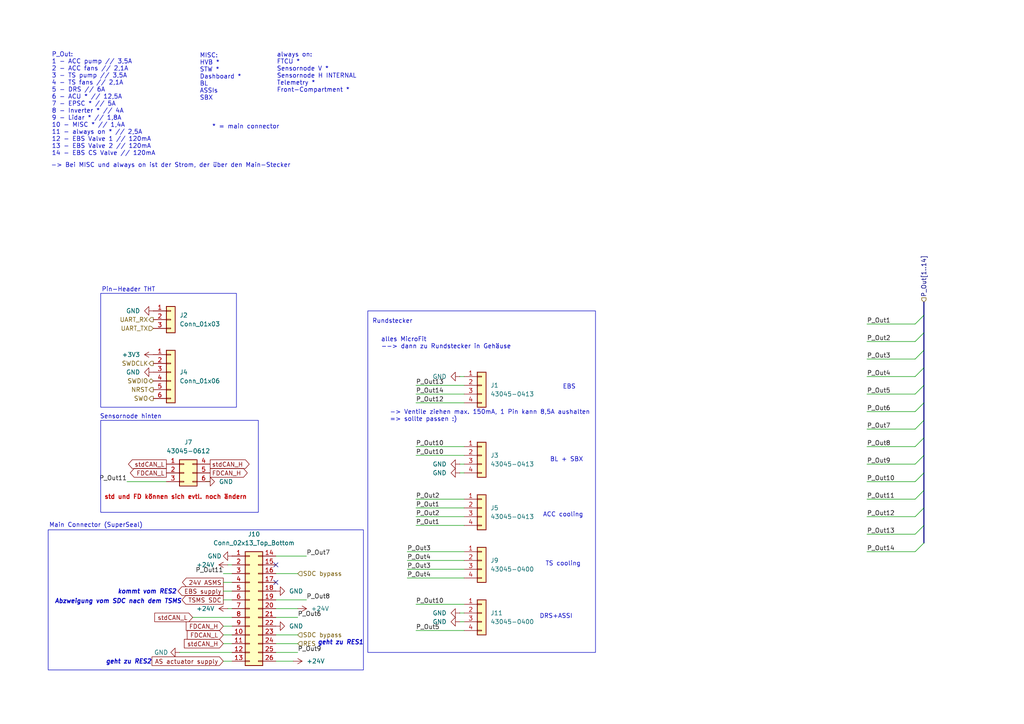
<source format=kicad_sch>
(kicad_sch (version 20231120) (generator "eeschema") (generator_version "8.0")
  (paper "A4")
  (title_block (title "PDU FT25") (date "2025-01-15") (rev "V1.2") (company "Janek Herm") (comment 1 "FaSTTUBe Electronics"))
  (lib_symbols
    (symbol "Connector_Generic:Conn_01x03" (pin_names (offset 1.016) hide)
      (property "Reference" "J" (at 0 5.08 0))
      (property "Value" "Conn_01x03" (at 0 -5.08 0))
      (symbol "Conn_01x03_1_1"
        (rectangle (start -1.27 -2.413) (end 0 -2.667) (stroke (width 0.1524)))
        (rectangle (start -1.27 0.127) (end 0 -0.127) (stroke (width 0.1524)))
        (rectangle (start -1.27 2.667) (end 0 2.413) (stroke (width 0.1524)))
        (rectangle (start -1.27 3.81) (end 1.27 -3.81) (stroke (width 0.254)) (fill (type background)))
        (pin passive line (at -5.08 2.54 0) (length 3.81) (name "Pin_1") (number "1"))
        (pin passive line (at -5.08 0 0) (length 3.81) (name "Pin_2") (number "2"))
        (pin passive line (at -5.08 -2.54 0) (length 3.81) (name "Pin_3") (number "3"))
      )
    )
    (symbol "Connector_Generic:Conn_01x04" (pin_names (offset 1.016) hide)
      (property "Reference" "J" (at 0 5.08 0))
      (property "Value" "Conn_01x04" (at 0 -7.62 0))
      (symbol "Conn_01x04_1_1"
        (rectangle (start -1.27 -4.953) (end 0 -5.207) (stroke (width 0.1524)))
        (rectangle (start -1.27 -2.413) (end 0 -2.667) (stroke (width 0.1524)))
        (rectangle (start -1.27 0.127) (end 0 -0.127) (stroke (width 0.1524)))
        (rectangle (start -1.27 2.667) (end 0 2.413) (stroke (width 0.1524)))
        (rectangle (start -1.27 3.81) (end 1.27 -6.35) (stroke (width 0.254)) (fill (type background)))
        (pin passive line (at -5.08 2.54 0) (length 3.81) (name "Pin_1") (number "1"))
        (pin passive line (at -5.08 0 0) (length 3.81) (name "Pin_2") (number "2"))
        (pin passive line (at -5.08 -2.54 0) (length 3.81) (name "Pin_3") (number "3"))
        (pin passive line (at -5.08 -5.08 0) (length 3.81) (name "Pin_4") (number "4"))
      )
    )
    (symbol "Connector_Generic:Conn_01x06" (pin_names (offset 1.016) hide)
      (property "Reference" "J" (at 0 7.62 0))
      (property "Value" "Conn_01x06" (at 0 -10.16 0))
      (symbol "Conn_01x06_1_1"
        (rectangle (start -1.27 -7.493) (end 0 -7.747) (stroke (width 0.1524)))
        (rectangle (start -1.27 -4.953) (end 0 -5.207) (stroke (width 0.1524)))
        (rectangle (start -1.27 -2.413) (end 0 -2.667) (stroke (width 0.1524)))
        (rectangle (start -1.27 0.127) (end 0 -0.127) (stroke (width 0.1524)))
        (rectangle (start -1.27 2.667) (end 0 2.413) (stroke (width 0.1524)))
        (rectangle (start -1.27 5.207) (end 0 4.953) (stroke (width 0.1524)))
        (rectangle (start -1.27 6.35) (end 1.27 -8.89) (stroke (width 0.254)) (fill (type background)))
        (pin passive line (at -5.08 5.08 0) (length 3.81) (name "Pin_1") (number "1"))
        (pin passive line (at -5.08 2.54 0) (length 3.81) (name "Pin_2") (number "2"))
        (pin passive line (at -5.08 0 0) (length 3.81) (name "Pin_3") (number "3"))
        (pin passive line (at -5.08 -2.54 0) (length 3.81) (name "Pin_4") (number "4"))
        (pin passive line (at -5.08 -5.08 0) (length 3.81) (name "Pin_5") (number "5"))
        (pin passive line (at -5.08 -7.62 0) (length 3.81) (name "Pin_6") (number "6"))
      )
    )
    (symbol "Connector_Generic:Conn_02x03_Top_Bottom" (pin_names (offset 1.016) hide)
      (property "Reference" "J" (at 1.27 5.08 0))
      (property "Value" "Conn_02x03_Top_Bottom" (at 1.27 -5.08 0))
      (symbol "Conn_02x03_Top_Bottom_1_1"
        (rectangle (start -1.27 -2.413) (end 0 -2.667) (stroke (width 0.1524)))
        (rectangle (start -1.27 0.127) (end 0 -0.127) (stroke (width 0.1524)))
        (rectangle (start -1.27 2.667) (end 0 2.413) (stroke (width 0.1524)))
        (rectangle (start -1.27 3.81) (end 3.81 -3.81) (stroke (width 0.254)) (fill (type background)))
        (rectangle (start 3.81 -2.413) (end 2.54 -2.667) (stroke (width 0.1524)))
        (rectangle (start 3.81 0.127) (end 2.54 -0.127) (stroke (width 0.1524)))
        (rectangle (start 3.81 2.667) (end 2.54 2.413) (stroke (width 0.1524)))
        (pin passive line (at -5.08 2.54 0) (length 3.81) (name "Pin_1") (number "1"))
        (pin passive line (at -5.08 0 0) (length 3.81) (name "Pin_2") (number "2"))
        (pin passive line (at -5.08 -2.54 0) (length 3.81) (name "Pin_3") (number "3"))
        (pin passive line (at 7.62 2.54 180) (length 3.81) (name "Pin_4") (number "4"))
        (pin passive line (at 7.62 0 180) (length 3.81) (name "Pin_5") (number "5"))
        (pin passive line (at 7.62 -2.54 180) (length 3.81) (name "Pin_6") (number "6"))
      )
    )
    (symbol "Connector_Generic:Conn_02x13_Top_Bottom" (pin_names (offset 1.016) hide)
      (property "Reference" "J" (at 1.27 17.78 0))
      (property "Value" "Conn_02x13_Top_Bottom" (at 1.27 -17.78 0))
      (symbol "Conn_02x13_Top_Bottom_1_1"
        (rectangle (start -1.27 -15.113) (end 0 -15.367) (stroke (width 0.1524)))
        (rectangle (start -1.27 -12.573) (end 0 -12.827) (stroke (width 0.1524)))
        (rectangle (start -1.27 -10.033) (end 0 -10.287) (stroke (width 0.1524)))
        (rectangle (start -1.27 -7.493) (end 0 -7.747) (stroke (width 0.1524)))
        (rectangle (start -1.27 -4.953) (end 0 -5.207) (stroke (width 0.1524)))
        (rectangle (start -1.27 -2.413) (end 0 -2.667) (stroke (width 0.1524)))
        (rectangle (start -1.27 0.127) (end 0 -0.127) (stroke (width 0.1524)))
        (rectangle (start -1.27 2.667) (end 0 2.413) (stroke (width 0.1524)))
        (rectangle (start -1.27 5.207) (end 0 4.953) (stroke (width 0.1524)))
        (rectangle (start -1.27 7.747) (end 0 7.493) (stroke (width 0.1524)))
        (rectangle (start -1.27 10.287) (end 0 10.033) (stroke (width 0.1524)))
        (rectangle (start -1.27 12.827) (end 0 12.573) (stroke (width 0.1524)))
        (rectangle (start -1.27 15.367) (end 0 15.113) (stroke (width 0.1524)))
        (rectangle (start -1.27 16.51) (end 3.81 -16.51) (stroke (width 0.254)) (fill (type background)))
        (rectangle (start 3.81 -15.113) (end 2.54 -15.367) (stroke (width 0.1524)))
        (rectangle (start 3.81 -12.573) (end 2.54 -12.827) (stroke (width 0.1524)))
        (rectangle (start 3.81 -10.033) (end 2.54 -10.287) (stroke (width 0.1524)))
        (rectangle (start 3.81 -7.493) (end 2.54 -7.747) (stroke (width 0.1524)))
        (rectangle (start 3.81 -4.953) (end 2.54 -5.207) (stroke (width 0.1524)))
        (rectangle (start 3.81 -2.413) (end 2.54 -2.667) (stroke (width 0.1524)))
        (rectangle (start 3.81 0.127) (end 2.54 -0.127) (stroke (width 0.1524)))
        (rectangle (start 3.81 2.667) (end 2.54 2.413) (stroke (width 0.1524)))
        (rectangle (start 3.81 5.207) (end 2.54 4.953) (stroke (width 0.1524)))
        (rectangle (start 3.81 7.747) (end 2.54 7.493) (stroke (width 0.1524)))
        (rectangle (start 3.81 10.287) (end 2.54 10.033) (stroke (width 0.1524)))
        (rectangle (start 3.81 12.827) (end 2.54 12.573) (stroke (width 0.1524)))
        (rectangle (start 3.81 15.367) (end 2.54 15.113) (stroke (width 0.1524)))
        (pin passive line (at -5.08 15.24 0) (length 3.81) (name "Pin_1") (number "1"))
        (pin passive line (at -5.08 -7.62 0) (length 3.81) (name "Pin_10") (number "10"))
        (pin passive line (at -5.08 -10.16 0) (length 3.81) (name "Pin_11") (number "11"))
        (pin passive line (at -5.08 -12.7 0) (length 3.81) (name "Pin_12") (number "12"))
        (pin passive line (at -5.08 -15.24 0) (length 3.81) (name "Pin_13") (number "13"))
        (pin passive line (at 7.62 15.24 180) (length 3.81) (name "Pin_14") (number "14"))
        (pin passive line (at 7.62 12.7 180) (length 3.81) (name "Pin_15") (number "15"))
        (pin passive line (at 7.62 10.16 180) (length 3.81) (name "Pin_16") (number "16"))
        (pin passive line (at 7.62 7.62 180) (length 3.81) (name "Pin_17") (number "17"))
        (pin passive line (at 7.62 5.08 180) (length 3.81) (name "Pin_18") (number "18"))
        (pin passive line (at 7.62 2.54 180) (length 3.81) (name "Pin_19") (number "19"))
        (pin passive line (at -5.08 12.7 0) (length 3.81) (name "Pin_2") (number "2"))
        (pin passive line (at 7.62 0 180) (length 3.81) (name "Pin_20") (number "20"))
        (pin passive line (at 7.62 -2.54 180) (length 3.81) (name "Pin_21") (number "21"))
        (pin passive line (at 7.62 -5.08 180) (length 3.81) (name "Pin_22") (number "22"))
        (pin passive line (at 7.62 -7.62 180) (length 3.81) (name "Pin_23") (number "23"))
        (pin passive line (at 7.62 -10.16 180) (length 3.81) (name "Pin_24") (number "24"))
        (pin passive line (at 7.62 -12.7 180) (length 3.81) (name "Pin_25") (number "25"))
        (pin passive line (at 7.62 -15.24 180) (length 3.81) (name "Pin_26") (number "26"))
        (pin passive line (at -5.08 10.16 0) (length 3.81) (name "Pin_3") (number "3"))
        (pin passive line (at -5.08 7.62 0) (length 3.81) (name "Pin_4") (number "4"))
        (pin passive line (at -5.08 5.08 0) (length 3.81) (name "Pin_5") (number "5"))
        (pin passive line (at -5.08 2.54 0) (length 3.81) (name "Pin_6") (number "6"))
        (pin passive line (at -5.08 0 0) (length 3.81) (name "Pin_7") (number "7"))
        (pin passive line (at -5.08 -2.54 0) (length 3.81) (name "Pin_8") (number "8"))
        (pin passive line (at -5.08 -5.08 0) (length 3.81) (name "Pin_9") (number "9"))
      )
    )
    (symbol "power:+24V" (power) (pin_numbers hide) (pin_names (offset 0) hide)
      (property "Value" "+24V" (at 0 3.556 0))
      (symbol "+24V_0_1"
        (polyline (pts (xy -0.762 1.27) (xy 0 2.54)))
        (polyline (pts (xy 0 0) (xy 0 2.54)))
        (polyline (pts (xy 0 2.54) (xy 0.762 1.27)))
      )
      (symbol "+24V_1_1"
        (pin power_in line (at 0 0 90) (length 0) (name "~") (number "1"))
      )
    )
    (symbol "power:+3.3V" (power) (pin_numbers hide) (pin_names (offset 0) hide)
      (property "Value" "+3.3V" (at 0 3.556 0))
      (symbol "+3.3V_0_1"
        (polyline (pts (xy -0.762 1.27) (xy 0 2.54)))
        (polyline (pts (xy 0 0) (xy 0 2.54)))
        (polyline (pts (xy 0 2.54) (xy 0.762 1.27)))
      )
      (symbol "+3.3V_1_1"
        (pin power_in line (at 0 0 90) (length 0) (name "~") (number "1"))
      )
    )
    (symbol "power:GND" (power) (pin_numbers hide) (pin_names (offset 0) hide)
      (property "Value" "GND" (at 0 -3.81 0))
      (symbol "GND_0_1"
        (polyline (pts (xy 0 0) (xy 0 -1.27) (xy 1.27 -1.27) (xy 0 -2.54) (xy -1.27 -1.27) (xy 0 -1.27)))
      )
      (symbol "GND_1_1"
        (pin power_in line (at 0 0 270) (length 0) (name "~") (number "1"))
      )
    )
  )
  (no_connect (at 80.01 163.83))
  (no_connect (at 80.01 168.91))
  (bus_entry (at 265.43 109.22) (size 2.54 -2.54))
  (bus_entry (at 265.43 99.06) (size 2.54 -2.54))
  (bus_entry (at 265.43 160.02) (size 2.54 -2.54))
  (bus_entry (at 265.43 129.54) (size 2.54 -2.54))
  (bus_entry (at 265.43 134.62) (size 2.54 -2.54))
  (bus_entry (at 265.43 119.38) (size 2.54 -2.54))
  (bus_entry (at 265.43 93.98) (size 2.54 -2.54))
  (bus_entry (at 265.43 114.3) (size 2.54 -2.54))
  (bus_entry (at 265.43 139.7) (size 2.54 -2.54))
  (bus_entry (at 265.43 149.86) (size 2.54 -2.54))
  (bus_entry (at 265.43 104.14) (size 2.54 -2.54))
  (bus_entry (at 265.43 144.78) (size 2.54 -2.54))
  (bus_entry (at 265.43 154.94) (size 2.54 -2.54))
  (bus_entry (at 265.43 124.46) (size 2.54 -2.54))
  (wire (pts (xy 251.46 149.86) (xy 265.43 149.86)))
  (wire (pts (xy 120.65 144.78) (xy 134.62 144.78)))
  (bus (pts (xy 267.97 142.24) (xy 267.97 147.32)))
  (bus (pts (xy 267.97 121.92) (xy 267.97 127)))
  (wire (pts (xy 120.65 111.76) (xy 134.62 111.76)))
  (wire (pts (xy 251.46 154.94) (xy 265.43 154.94)))
  (wire (pts (xy 85.09 191.77) (xy 80.01 191.77)))
  (wire (pts (xy 64.77 173.99) (xy 67.31 173.99)))
  (wire (pts (xy 120.65 114.3) (xy 134.62 114.3)))
  (bus (pts (xy 267.97 127) (xy 267.97 132.08)))
  (wire (pts (xy 118.11 167.64) (xy 134.62 167.64)))
  (wire (pts (xy 251.46 134.62) (xy 265.43 134.62)))
  (wire (pts (xy 55.88 179.07) (xy 67.31 179.07)))
  (wire (pts (xy 67.31 191.77) (xy 64.77 191.77)))
  (wire (pts (xy 251.46 160.02) (xy 265.43 160.02)))
  (bus (pts (xy 267.97 147.32) (xy 267.97 152.4)))
  (wire (pts (xy 67.31 166.37) (xy 64.77 166.37)))
  (wire (pts (xy 118.11 165.1) (xy 134.62 165.1)))
  (wire (pts (xy 251.46 129.54) (xy 265.43 129.54)))
  (wire (pts (xy 52.07 189.23) (xy 67.31 189.23)))
  (bus (pts (xy 267.97 116.84) (xy 267.97 121.92)))
  (wire (pts (xy 251.46 139.7) (xy 265.43 139.7)))
  (wire (pts (xy 251.46 119.38) (xy 265.43 119.38)))
  (wire (pts (xy 251.46 114.3) (xy 265.43 114.3)))
  (wire (pts (xy 86.36 176.53) (xy 80.01 176.53)))
  (bus (pts (xy 267.97 101.6) (xy 267.97 106.68)))
  (wire (pts (xy 251.46 99.06) (xy 265.43 99.06)))
  (wire (pts (xy 251.46 124.46) (xy 265.43 124.46)))
  (bus (pts (xy 267.97 137.16) (xy 267.97 142.24)))
  (bus (pts (xy 267.97 111.76) (xy 267.97 116.84)))
  (wire (pts (xy 133.35 134.62) (xy 134.62 134.62)))
  (wire (pts (xy 80.01 184.15) (xy 86.36 184.15)))
  (wire (pts (xy 120.65 147.32) (xy 134.62 147.32)))
  (wire (pts (xy 251.46 109.22) (xy 265.43 109.22)))
  (wire (pts (xy 120.65 149.86) (xy 134.62 149.86)))
  (wire (pts (xy 120.65 175.26) (xy 134.62 175.26)))
  (wire (pts (xy 66.04 176.53) (xy 67.31 176.53)))
  (wire (pts (xy 64.77 171.45) (xy 67.31 171.45)))
  (wire (pts (xy 118.11 162.56) (xy 134.62 162.56)))
  (bus (pts (xy 267.97 87.63) (xy 267.97 91.44)))
  (bus (pts (xy 267.97 152.4) (xy 267.97 157.48)))
  (bus (pts (xy 267.97 91.44) (xy 267.97 96.52)))
  (wire (pts (xy 251.46 104.14) (xy 265.43 104.14)))
  (wire (pts (xy 133.35 177.8) (xy 134.62 177.8)))
  (wire (pts (xy 134.62 132.08) (xy 120.65 132.08)))
  (wire (pts (xy 80.01 161.29) (xy 88.9 161.29)))
  (bus (pts (xy 267.97 96.52) (xy 267.97 101.6)))
  (wire (pts (xy 133.35 180.34) (xy 134.62 180.34)))
  (wire (pts (xy 120.65 152.4) (xy 134.62 152.4)))
  (wire (pts (xy 36.83 139.7) (xy 48.26 139.7)))
  (wire (pts (xy 64.77 168.91) (xy 67.31 168.91)))
  (wire (pts (xy 64.77 186.69) (xy 67.31 186.69)))
  (wire (pts (xy 80.01 179.07) (xy 86.36 179.07)))
  (bus (pts (xy 267.97 106.68) (xy 267.97 111.76)))
  (wire (pts (xy 251.46 144.78) (xy 265.43 144.78)))
  (wire (pts (xy 66.04 163.83) (xy 67.31 163.83)))
  (wire (pts (xy 80.01 189.23) (xy 86.36 189.23)))
  (wire (pts (xy 64.77 184.15) (xy 67.31 184.15)))
  (wire (pts (xy 80.01 166.37) (xy 86.36 166.37)))
  (wire (pts (xy 120.65 129.54) (xy 134.62 129.54)))
  (bus (pts (xy 267.97 132.08) (xy 267.97 137.16)))
  (wire (pts (xy 120.65 182.88) (xy 134.62 182.88)))
  (wire (pts (xy 80.01 173.99) (xy 88.9 173.99)))
  (wire (pts (xy 133.35 109.22) (xy 134.62 109.22)))
  (wire (pts (xy 133.35 137.16) (xy 134.62 137.16)))
  (wire (pts (xy 251.46 93.98) (xy 265.43 93.98)))
  (wire (pts (xy 80.01 186.69) (xy 86.36 186.69)))
  (wire (pts (xy 120.65 116.84) (xy 134.62 116.84)))
  (wire (pts (xy 118.11 160.02) (xy 134.62 160.02)))
  (wire (pts (xy 64.77 181.61) (xy 67.31 181.61)))
  (wire (pts (xy 59.69 139.7) (xy 60.96 139.7)))
  (rectangle (start 29.21 85.09) (end 68.58 118.11))
  (rectangle (start 106.68 90.17) (end 172.72 189.23))
  (rectangle (start 13.97 153.67) (end 105.41 194.31))
  (rectangle (start 29.21 121.92) (end 74.93 148.59))
  (text "* = main connector" (at 61.468 36.83 0) (effects (font (size 1.27 1.27)) (justify left)))
  (text "DRS+ASSI" (at 161.29 178.816 0) (effects (font (size 1.27 1.27))))
  (text "Pin-Header THT" (at 29.464 84.074 0) (effects (font (size 1.27 1.27)) (justify left)))
  (text "kommt vom RES2" (at 42.672 171.704 0) (effects (font (size 1.27 1.27) (thickness 0.254) (bold yes) (italic yes))))
  (text "Abzweigung vom SDC nach dem TSMS" (at 34.29 174.498 0) (effects (font (size 1.27 1.27) (thickness 0.254) (bold yes) (italic yes))))
  (text "alles MicroFit\n--> dann zu Rundstecker in Gehäuse" (at 110.49 99.568 0) (effects (font (size 1.27 1.27) (thickness 0.1588)) (justify left)))
  (text "Sensornode hinten" (at 28.956 120.904 0) (effects (font (size 1.27 1.27)) (justify left)))
  (text "Rundstecker" (at 107.95 93.218 0) (effects (font (size 1.27 1.27)) (justify left)))
  (text "Main Connector (SuperSeal)" (at 14.224 152.4 0) (effects (font (size 1.27 1.27)) (justify left)))
  (text "-> Ventile ziehen max. 150mA, 1 Pin kann 8,5A aushalten \n=> sollte passen :)" (at 113.03 120.65 0) (effects (font (size 1.27 1.27)) (justify left)))
  (text "EBS" (at 165.1 112.268 0) (effects (font (size 1.27 1.27))))
  (text "MISC:\nHVB *\nSTW *\nDashboard *\nBL\nASSIs\nSBX" (at 57.912 22.352 0) (effects (font (size 1.27 1.27)) (justify left)))
  (text "-> Bei MISC und always on ist der Strom, der über den Main-Stecker" (at 49.53 48.006 0) (effects (font (size 1.27 1.27))))
  (text "TS cooling" (at 163.322 163.576 0) (effects (font (size 1.27 1.27))))
  (text "std und FD können sich evtl. noch ändern" (at 30.226 144.272 0) (effects (font (size 1.27 1.27) (thickness 0.254) (bold yes)) (justify left)))
  (text "geht zu RES2" (at 37.338 192.024 0) (effects (font (size 1.27 1.27) (thickness 0.254) (bold yes) (italic yes))))
  (text "P_Out:\n1 - ACC pump // 3,5A\n2 - ACC fans // 2,1A\n3 - TS pump // 3,5A\n4 - TS fans // 2,1A\n5 - DRS // 6A\n6 - ACU * // 12,5A\n7 - EPSC * // 5A\n8 - Inverter * // 4A\n9 - Lidar * // 1,8A\n10 - MISC * // 1,4A\n11 - always on * // 2,5A\n12 - EBS Valve 1 // 120mA\n13 - EBS Valve 2 // 120mA\n14 - EBS CS Valve // 120mA" (at 14.986 30.226 0) (effects (font (size 1.27 1.27)) (justify left)))
  (text "BL + SBX" (at 164.338 133.35 0) (effects (font (size 1.27 1.27))))
  (text "geht zu RES1" (at 98.806 186.436 0) (effects (font (size 1.27 1.27) (thickness 0.254) (bold yes) (italic yes))))
  (text "ACC cooling" (at 163.322 149.352 0) (effects (font (size 1.27 1.27))))
  (text "always on:\nFTCU *\nSensornode V *\nSensornode H INTERNAL\nTelemetry * \nFront-Compartment *" (at 80.264 21.082 0) (effects (font (size 1.27 1.27)) (justify left)))
  (label "P_Out10" (at 251.46 139.7 0))
  (label "P_Out7" (at 88.9 161.29 0))
  (label "P_Out3" (at 251.46 104.14 0))
  (label "P_Out1" (at 251.46 93.98 0))
  (label "P_Out8" (at 251.46 129.54 0))
  (label "P_Out13" (at 251.46 154.94 0))
  (label "P_Out5" (at 120.65 182.88 0))
  (label "P_Out1" (at 120.65 147.32 0))
  (label "P_Out9" (at 251.46 134.62 0))
  (label "P_Out10" (at 120.65 129.54 0))
  (label "P_Out11" (at 251.46 144.78 0))
  (label "P_Out5" (at 251.46 114.3 0))
  (label "P_Out3" (at 118.11 165.1 0))
  (label "P_Out9" (at 86.36 189.23 0))
  (label "P_Out1" (at 120.65 152.4 0))
  (label "P_Out12" (at 251.46 149.86 0))
  (label "P_Out2" (at 251.46 99.06 0))
  (label "P_Out12" (at 120.65 116.84 0))
  (label "P_Out11" (at 36.83 139.7 180))
  (label "P_Out8" (at 88.9 173.99 0))
  (label "P_Out11" (at 64.77 166.37 180))
  (label "P_Out4" (at 118.11 162.56 0))
  (label "P_Out14" (at 120.65 114.3 0))
  (label "P_Out4" (at 118.11 167.64 0))
  (label "P_Out6" (at 86.36 179.07 0))
  (label "P_Out7" (at 251.46 124.46 0))
  (label "P_Out2" (at 120.65 144.78 0))
  (label "P_Out10" (at 120.65 132.08 0))
  (label "P_Out10" (at 120.65 175.26 0))
  (label "P_Out3" (at 118.11 160.02 0))
  (label "P_Out2" (at 120.65 149.86 0))
  (label "P_Out13" (at 120.65 111.76 0))
  (label "P_Out14" (at 251.46 160.02 0))
  (label "P_Out4" (at 251.46 109.22 0))
  (label "P_Out6" (at 251.46 119.38 0))
  (global_label "TSMS SDC" (shape output) (at 64.77 173.99 180) (property "Intersheetrefs" "${INTERSHEET_REFS}" (effects (hide yes))))
  (global_label "stdCAN_H" (shape output) (at 60.96 134.62 0) (property "Intersheetrefs" "${INTERSHEET_REFS}" (effects (hide yes))))
  (global_label "FDCAN_H" (shape output) (at 60.96 137.16 0) (property "Intersheetrefs" "${INTERSHEET_REFS}" (effects (hide yes))))
  (global_label "stdCAN_L" (shape input) (at 55.88 179.07 180) (property "Intersheetrefs" "${INTERSHEET_REFS}" (effects (hide yes))))
  (global_label "FDCAN_L" (shape output) (at 48.26 137.16 180) (property "Intersheetrefs" "${INTERSHEET_REFS}" (effects (hide yes))))
  (global_label "FDCAN_L" (shape input) (at 64.77 184.15 180) (property "Intersheetrefs" "${INTERSHEET_REFS}" (effects (hide yes))))
  (global_label "stdCAN_H" (shape input) (at 64.77 186.69 180) (property "Intersheetrefs" "${INTERSHEET_REFS}" (effects (hide yes))))
  (global_label "EBS supply" (shape output) (at 64.77 171.45 180) (property "Intersheetrefs" "${INTERSHEET_REFS}" (effects (hide yes))))
  (global_label "24V ASMS" (shape output) (at 64.77 168.91 180) (property "Intersheetrefs" "${INTERSHEET_REFS}" (effects (hide yes))))
  (global_label "stdCAN_L" (shape output) (at 48.26 134.62 180) (property "Intersheetrefs" "${INTERSHEET_REFS}" (effects (hide yes))))
  (global_label "FDCAN_H" (shape input) (at 64.77 181.61 180) (property "Intersheetrefs" "${INTERSHEET_REFS}" (effects (hide yes))))
  (global_label "AS actuator supply" (shape input) (at 64.77 191.77 180) (property "Intersheetrefs" "${INTERSHEET_REFS}" (effects (hide yes))))
  (hierarchical_label "P_Out[1..14]" (shape input) (at 267.97 87.63 90) (effects (font (thickness 0.1588))))
  (hierarchical_label "SWDIO" (shape bidirectional) (at 44.45 110.49 180) (effects (font (thickness 0.1588))))
  (hierarchical_label "SWO" (shape output) (at 44.45 115.57 180))
  (hierarchical_label "RES" (shape input) (at 86.36 186.69 0))
  (hierarchical_label "UART_TX" (shape input) (at 44.45 95.25 180))
  (hierarchical_label "SDC bypass" (shape input) (at 86.36 166.37 0))
  (hierarchical_label "NRST" (shape output) (at 44.45 113.03 180) (effects (font (thickness 0.1588))))
  (hierarchical_label "SWDCLK" (shape output) (at 44.45 105.41 180))
  (hierarchical_label "UART_RX" (shape output) (at 44.45 92.71 180))
  (hierarchical_label "SDC bypass" (shape input) (at 86.36 184.15 0))
  (symbol (lib_id "Connector_Generic:Conn_01x04") (at 139.7 111.76 0) (unit 1)
    (property "Reference" "J1" (at 142.24 111.7599 0) (effects (justify left)))
    (property "Value" "43045-0413" (at 142.24 114.2999 0) (effects (justify left)))
    (property "Footprint" "Connector_Molex:Molex_Micro-Fit_3.0_43045-0412_2x02_P3.00mm_Vertical" (effects (hide yes)))
    (property "Description" "Generic connector, single row, 01x04, script generated (kicad-library-utils/schlib/autogen/connector/)" (effects (hide yes)))
  )
  (symbol (lib_id "power:GND") (at 133.35 177.8 270) (mirror x) (unit 1)
    (property "Reference" "#PWR0215" (effects (hide yes)))
    (property "Value" "GND" (at 129.54 177.7999 90) (effects (justify right)))
    (property "Description" "Power symbol creates a global label with name \"GND\" , ground" (effects (hide yes)))
  )
  (symbol (lib_id "power:+3.3V") (at 44.45 102.87 90) (unit 1)
    (property "Reference" "#PWR035" (effects (hide yes)))
    (property "Value" "+3V3" (at 40.64 102.8699 90) (effects (justify left)))
    (property "Description" "Power symbol creates a global label with name \"+3.3V\"" (effects (hide yes)))
  )
  (symbol (lib_id "power:GND") (at 133.35 180.34 270) (unit 1)
    (property "Reference" "#PWR0214" (effects (hide yes)))
    (property "Value" "GND" (at 129.54 180.3401 90) (effects (justify right)))
    (property "Description" "Power symbol creates a global label with name \"GND\" , ground" (effects (hide yes)))
  )
  (symbol (lib_id "power:GND") (at 133.35 134.62 270) (mirror x) (unit 1)
    (property "Reference" "#PWR0221" (effects (hide yes)))
    (property "Value" "GND" (at 129.54 134.6199 90) (effects (justify right)))
    (property "Description" "Power symbol creates a global label with name \"GND\" , ground" (effects (hide yes)))
  )
  (symbol (lib_id "power:+24V") (at 66.04 176.53 90) (mirror x) (unit 1)
    (property "Reference" "#PWR0196" (effects (hide yes)))
    (property "Value" "+24V" (at 62.23 176.5301 90) (effects (justify left)))
    (property "Description" "Power symbol creates a global label with name \"+24V\"" (effects (hide yes)))
  )
  (symbol (lib_id "power:GND") (at 52.07 189.23 270) (unit 1)
    (property "Reference" "#PWR045" (effects (hide yes)))
    (property "Value" "GND" (at 46.736 189.23 90))
    (property "Description" "Power symbol creates a global label with name \"GND\" , ground" (effects (hide yes)))
  )
  (symbol (lib_id "power:GND") (at 44.45 90.17 270) (unit 1)
    (property "Reference" "#PWR034" (effects (hide yes)))
    (property "Value" "GND" (at 40.64 90.1699 90) (effects (justify right)))
    (property "Description" "Power symbol creates a global label with name \"GND\" , ground" (effects (hide yes)))
  )
  (symbol (lib_id "Connector_Generic:Conn_01x04") (at 139.7 132.08 0) (unit 1)
    (property "Reference" "J3" (at 142.24 132.0799 0) (effects (justify left)))
    (property "Value" "43045-0413" (at 142.24 134.6199 0) (effects (justify left)))
    (property "Footprint" "Connector_Molex:Molex_Micro-Fit_3.0_43045-0412_2x02_P3.00mm_Vertical" (effects (hide yes)))
    (property "Description" "Generic connector, single row, 01x04, script generated (kicad-library-utils/schlib/autogen/connector/)" (effects (hide yes)))
  )
  (symbol (lib_id "power:GND") (at 80.01 171.45 90) (unit 1)
    (property "Reference" "#PWR0213" (effects (hide yes)))
    (property "Value" "GND" (at 83.82 171.4499 90) (effects (justify right)))
    (property "Description" "Power symbol creates a global label with name \"GND\" , ground" (effects (hide yes)))
  )
  (symbol (lib_id "power:GND") (at 80.01 181.61 90) (mirror x) (unit 1)
    (property "Reference" "#PWR0195" (effects (hide yes)))
    (property "Value" "GND" (at 83.82 181.6099 90) (effects (justify right)))
    (property "Description" "Power symbol creates a global label with name \"GND\" , ground" (effects (hide yes)))
  )
  (symbol (lib_id "Connector_Generic:Conn_01x06") (at 49.53 107.95 0) (unit 1)
    (property "Reference" "J4" (at 52.07 107.9499 0) (effects (justify left)))
    (property "Value" "Conn_01x06" (at 52.07 110.4899 0) (effects (justify left)))
    (property "Footprint" "Connector_PinHeader_2.54mm:PinHeader_1x06_P2.54mm_Vertical" (effects (hide yes)))
    (property "Description" "Generic connector, single row, 01x06, script generated (kicad-library-utils/schlib/autogen/connector/)" (effects (hide yes)))
  )
  (symbol (lib_id "power:+24V") (at 85.09 191.77 270) (unit 1)
    (property "Reference" "#PWR044" (effects (hide yes)))
    (property "Value" "+24V" (at 88.9 191.7701 90) (effects (justify left)))
    (property "Description" "Power symbol creates a global label with name \"+24V\"" (effects (hide yes)))
  )
  (symbol (lib_id "Connector_Generic:Conn_01x04") (at 139.7 177.8 0) (unit 1)
    (property "Reference" "J11" (at 142.24 177.7999 0) (effects (justify left)))
    (property "Value" "43045-0400" (at 142.24 180.3399 0) (effects (justify left)))
    (property "Footprint" "43045-0400:43045-04_00,01,02,10_" (effects (hide yes)))
    (property "Description" "Generic connector, single row, 01x04, script generated (kicad-library-utils/schlib/autogen/connector/)" (effects (hide yes)))
  )
  (symbol (lib_id "power:+24V") (at 66.04 163.83 90) (unit 1)
    (property "Reference" "#PWR0156" (effects (hide yes)))
    (property "Value" "+24V" (at 62.23 163.8299 90) (effects (justify left)))
    (property "Description" "Power symbol creates a global label with name \"+24V\"" (effects (hide yes)))
  )
  (symbol (lib_id "Connector_Generic:Conn_02x13_Top_Bottom") (at 72.39 176.53 0) (unit 1)
    (property "Reference" "J10" (at 73.66 154.94 0))
    (property "Value" "Conn_02x13_Top_Bottom" (at 73.66 157.48 0))
    (property "Footprint" "6437288-4:64372884" (effects (hide yes)))
    (property "Description" "Generic connector, double row, 02x13, top/bottom pin numbering scheme (row 1: 1...pins_per_row, row2: pins_per_row+1 ... num_pins), script generated (kicad-library-utils/schlib/autogen/connector/)" (effects (hide yes)))
  )
  (symbol (lib_id "power:GND") (at 67.31 161.29 270) (unit 1)
    (property "Reference" "#PWR0205" (effects (hide yes)))
    (property "Value" "GND" (at 62.23 161.29 90))
    (property "Description" "Power symbol creates a global label with name \"GND\" , ground" (effects (hide yes)))
  )
  (symbol (lib_id "Connector_Generic:Conn_01x04") (at 139.7 162.56 0) (unit 1)
    (property "Reference" "J9" (at 142.24 162.5599 0) (effects (justify left)))
    (property "Value" "43045-0400" (at 142.24 165.0999 0) (effects (justify left)))
    (property "Footprint" "43045-0400:43045-04_00,01,02,10_" (effects (hide yes)))
    (property "Description" "Generic connector, single row, 01x04, script generated (kicad-library-utils/schlib/autogen/connector/)" (effects (hide yes)))
  )
  (symbol (lib_id "Connector_Generic:Conn_01x04") (at 139.7 147.32 0) (unit 1)
    (property "Reference" "J5" (at 142.24 147.3199 0) (effects (justify left)))
    (property "Value" "43045-0413" (at 142.24 149.8599 0) (effects (justify left)))
    (property "Footprint" "Connector_Molex:Molex_Micro-Fit_3.0_43045-0412_2x02_P3.00mm_Vertical" (effects (hide yes)))
    (property "Description" "Generic connector, single row, 01x04, script generated (kicad-library-utils/schlib/autogen/connector/)" (effects (hide yes)))
  )
  (symbol (lib_id "power:+24V") (at 86.36 176.53 270) (unit 1)
    (property "Reference" "#PWR0206" (effects (hide yes)))
    (property "Value" "+24V" (at 90.17 176.5301 90) (effects (justify left)))
    (property "Description" "Power symbol creates a global label with name \"+24V\"" (effects (hide yes)))
  )
  (symbol (lib_id "Connector_Generic:Conn_02x03_Top_Bottom") (at 53.34 137.16 0) (unit 1)
    (property "Reference" "J7" (at 54.61 128.27 0))
    (property "Value" "43045-0612" (at 54.61 130.81 0))
    (property "Footprint" "Connector_Molex:Molex_Micro-Fit_3.0_43045-0612_2x03_P3.00mm_Vertical" (effects (hide yes)))
    (property "Description" "Generic connector, double row, 02x03, top/bottom pin numbering scheme (row 1: 1...pins_per_row, row2: pins_per_row+1 ... num_pins), script generated (kicad-library-utils/schlib/autogen/connector/)" (effects (hide yes)))
  )
  (symbol (lib_id "power:GND") (at 133.35 137.16 270) (mirror x) (unit 1)
    (property "Reference" "#PWR0220" (effects (hide yes)))
    (property "Value" "GND" (at 129.54 137.1599 90) (effects (justify right)))
    (property "Description" "Power symbol creates a global label with name \"GND\" , ground" (effects (hide yes)))
  )
  (symbol (lib_id "power:GND") (at 59.69 139.7 90) (unit 1)
    (property "Reference" "#PWR040" (effects (hide yes)))
    (property "Value" "GND" (at 63.5 139.6999 90) (effects (justify right)))
    (property "Description" "Power symbol creates a global label with name \"GND\" , ground" (effects (hide yes)))
  )
  (symbol (lib_id "Connector_Generic:Conn_01x03") (at 49.53 92.71 0) (unit 1)
    (property "Reference" "J2" (at 52.07 91.4399 0) (effects (justify left)))
    (property "Value" "Conn_01x03" (at 52.07 93.9799 0) (effects (justify left)))
    (property "Footprint" "Connector_PinHeader_2.54mm:PinHeader_1x03_P2.54mm_Vertical" (effects (hide yes)))
    (property "Description" "Generic connector, single row, 01x03, script generated (kicad-library-utils/schlib/autogen/connector/)" (effects (hide yes)))
  )
  (symbol (lib_id "power:GND") (at 44.45 107.95 270) (unit 1)
    (property "Reference" "#PWR037" (effects (hide yes)))
    (property "Value" "GND" (at 40.64 107.9499 90) (effects (justify right)))
    (property "Description" "Power symbol creates a global label with name \"GND\" , ground" (effects (hide yes)))
  )
  (symbol (lib_id "power:GND") (at 133.35 109.22 270) (mirror x) (unit 1)
    (property "Reference" "#PWR0222" (effects (hide yes)))
    (property "Value" "GND" (at 129.54 109.2199 90) (effects (justify right)))
    (property "Description" "Power symbol creates a global label with name \"GND\" , ground" (effects (hide yes)))
  )
)
</source>
